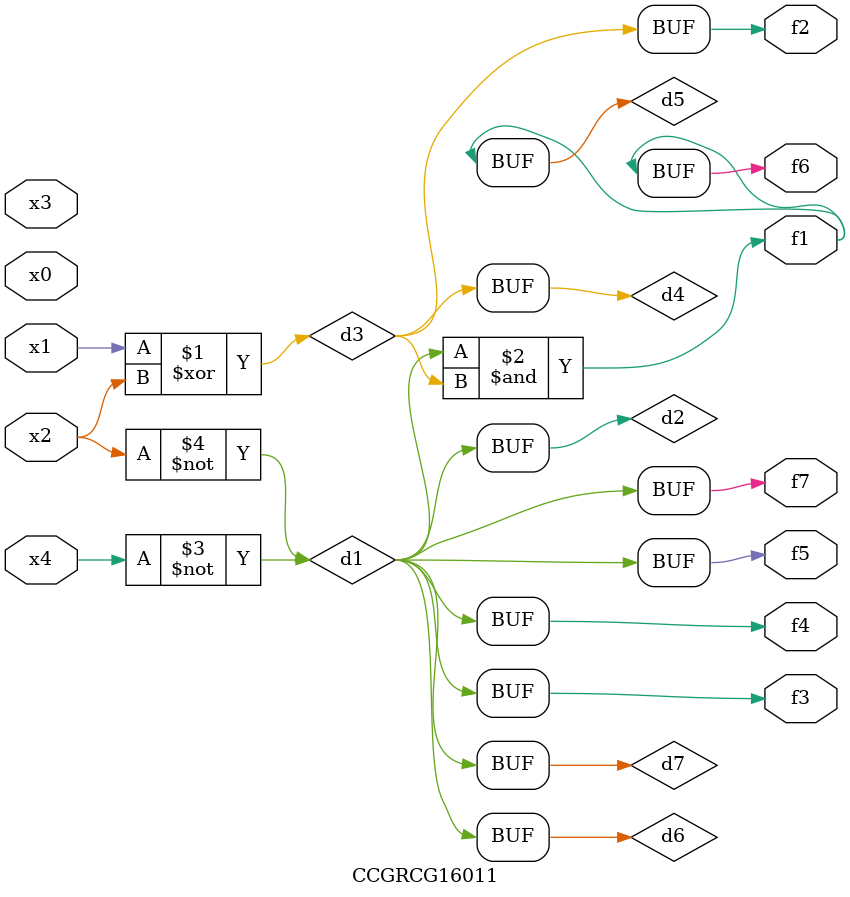
<source format=v>
module CCGRCG16011(
	input x0, x1, x2, x3, x4,
	output f1, f2, f3, f4, f5, f6, f7
);

	wire d1, d2, d3, d4, d5, d6, d7;

	not (d1, x4);
	not (d2, x2);
	xor (d3, x1, x2);
	buf (d4, d3);
	and (d5, d1, d3);
	buf (d6, d1, d2);
	buf (d7, d2);
	assign f1 = d5;
	assign f2 = d4;
	assign f3 = d7;
	assign f4 = d7;
	assign f5 = d7;
	assign f6 = d5;
	assign f7 = d7;
endmodule

</source>
